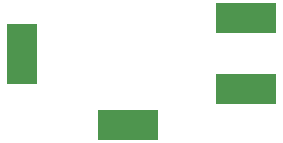
<source format=gbr>
G04 EAGLE Gerber RS-274X export*
G75*
%MOMM*%
%FSLAX34Y34*%
%LPD*%
%INSolderpaste Top*%
%IPPOS*%
%AMOC8*
5,1,8,0,0,1.08239X$1,22.5*%
G01*
%ADD10R,2.540000X5.080000*%
%ADD11R,5.080000X2.540000*%


D10*
X220000Y75000D03*
D11*
X310000Y15000D03*
X410000Y45000D03*
X410000Y105000D03*
M02*

</source>
